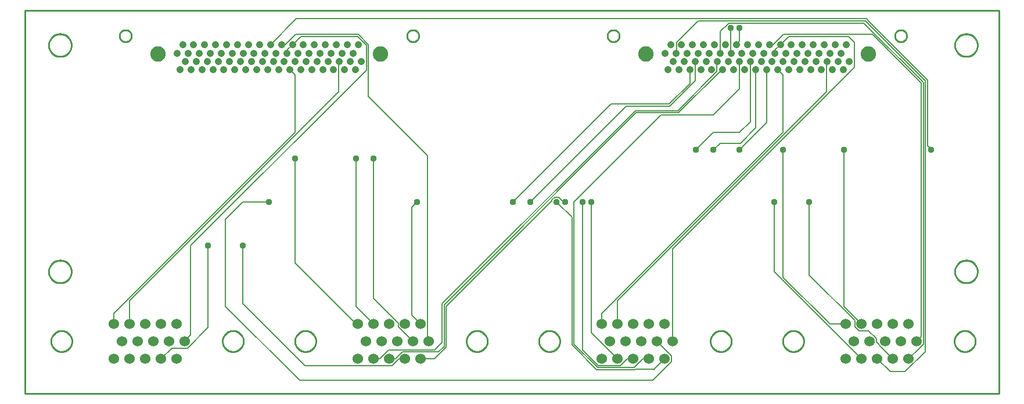
<source format=gbr>
G04 EAGLE Gerber X2 export*
%TF.Part,Single*%
%TF.FileFunction,Copper,L1,Top,Mixed*%
%TF.FilePolarity,Positive*%
%TF.GenerationSoftware,Autodesk,EAGLE,8.6.0*%
%TF.CreationDate,2018-02-23T00:46:13Z*%
G75*
%MOIN*%
%FSLAX34Y34*%
%LPD*%
%AMOC8*
5,1,8,0,0,1.08239X$1,22.5*%
G01*
%ADD10C,0.060000*%
%ADD11C,0.088583*%
%ADD12C,0.041591*%
%ADD13C,0.006000*%
%ADD14C,0.037654*%
%ADD15C,0.010000*%


D10*
X53650Y4500D03*
X53200Y5500D03*
X53200Y3500D03*
X52300Y5500D03*
X51400Y5500D03*
X50500Y5500D03*
X49600Y5500D03*
X52750Y4500D03*
X51850Y4500D03*
X50950Y4500D03*
X50050Y4500D03*
X52300Y3500D03*
X51400Y3500D03*
X50500Y3500D03*
X49600Y3500D03*
X39650Y4500D03*
X39200Y5500D03*
X39200Y3500D03*
X38300Y5500D03*
X37400Y5500D03*
X36500Y5500D03*
X35600Y5500D03*
X38750Y4500D03*
X37850Y4500D03*
X36950Y4500D03*
X36050Y4500D03*
X38300Y3500D03*
X37400Y3500D03*
X36500Y3500D03*
X35600Y3500D03*
X25650Y4500D03*
X25200Y5500D03*
X25200Y3500D03*
X24300Y5500D03*
X23400Y5500D03*
X22500Y5500D03*
X21600Y5500D03*
X24750Y4500D03*
X23850Y4500D03*
X22950Y4500D03*
X22050Y4500D03*
X24300Y3500D03*
X23400Y3500D03*
X22500Y3500D03*
X21600Y3500D03*
X11650Y4500D03*
X11200Y5500D03*
X11200Y3500D03*
X10300Y5500D03*
X9400Y5500D03*
X8500Y5500D03*
X7600Y5500D03*
X10750Y4500D03*
X9850Y4500D03*
X8950Y4500D03*
X8050Y4500D03*
X10300Y3500D03*
X9400Y3500D03*
X8500Y3500D03*
X7600Y3500D03*
D11*
X50868Y21000D03*
X38132Y21000D03*
D12*
X39380Y20114D03*
X39695Y20567D03*
X40010Y20114D03*
X40325Y20567D03*
X40640Y20114D03*
X40955Y20567D03*
X41270Y20114D03*
X41585Y20567D03*
X41900Y20114D03*
X42215Y20567D03*
X42530Y20114D03*
X42844Y20567D03*
X43159Y20114D03*
X43474Y20567D03*
X43789Y20114D03*
X44104Y20567D03*
X44419Y20114D03*
X44734Y20567D03*
X45049Y20114D03*
X45364Y20567D03*
X45679Y20114D03*
X45994Y20567D03*
X46309Y20114D03*
X46624Y20567D03*
X46939Y20114D03*
X47254Y20567D03*
X47569Y20114D03*
X47884Y20567D03*
X48199Y20114D03*
X48514Y20567D03*
X48829Y20114D03*
X49144Y20567D03*
X49459Y20114D03*
X49774Y20567D03*
X39222Y21039D03*
X39537Y21531D03*
X39852Y21039D03*
X40167Y21531D03*
X40482Y21039D03*
X40797Y21531D03*
X41112Y21039D03*
X41427Y21531D03*
X41742Y21039D03*
X42057Y21531D03*
X42372Y21039D03*
X42687Y21531D03*
X43002Y21039D03*
X43317Y21531D03*
X43632Y21039D03*
X43947Y21531D03*
X44262Y21039D03*
X44577Y21531D03*
X44892Y21039D03*
X45207Y21531D03*
X45522Y21039D03*
X45837Y21531D03*
X46152Y21039D03*
X46467Y21531D03*
X46781Y21039D03*
X47096Y21531D03*
X47411Y21039D03*
X47726Y21531D03*
X48041Y21039D03*
X48356Y21531D03*
X48671Y21039D03*
X48986Y21531D03*
X49301Y21039D03*
X49616Y21531D03*
D11*
X22868Y21000D03*
X10132Y21000D03*
D12*
X11380Y20114D03*
X11695Y20567D03*
X12010Y20114D03*
X12325Y20567D03*
X12640Y20114D03*
X12955Y20567D03*
X13270Y20114D03*
X13585Y20567D03*
X13900Y20114D03*
X14215Y20567D03*
X14530Y20114D03*
X14844Y20567D03*
X15159Y20114D03*
X15474Y20567D03*
X15789Y20114D03*
X16104Y20567D03*
X16419Y20114D03*
X16734Y20567D03*
X17049Y20114D03*
X17364Y20567D03*
X17679Y20114D03*
X17994Y20567D03*
X18309Y20114D03*
X18624Y20567D03*
X18939Y20114D03*
X19254Y20567D03*
X19569Y20114D03*
X19884Y20567D03*
X20199Y20114D03*
X20514Y20567D03*
X20829Y20114D03*
X21144Y20567D03*
X21459Y20114D03*
X21774Y20567D03*
X11222Y21039D03*
X11537Y21531D03*
X11852Y21039D03*
X12167Y21531D03*
X12482Y21039D03*
X12797Y21531D03*
X13112Y21039D03*
X13427Y21531D03*
X13742Y21039D03*
X14057Y21531D03*
X14372Y21039D03*
X14687Y21531D03*
X15002Y21039D03*
X15317Y21531D03*
X15632Y21039D03*
X15947Y21531D03*
X16262Y21039D03*
X16577Y21531D03*
X16892Y21039D03*
X17207Y21531D03*
X17522Y21039D03*
X17837Y21531D03*
X18152Y21039D03*
X18467Y21531D03*
X18781Y21039D03*
X19096Y21531D03*
X19411Y21039D03*
X19726Y21531D03*
X20041Y21039D03*
X20356Y21531D03*
X20671Y21039D03*
X20986Y21531D03*
X21301Y21039D03*
X21616Y21531D03*
D13*
X45207Y21531D02*
X45415Y21531D01*
X46004Y22120D01*
X51119Y22120D01*
X53920Y4770D02*
X53650Y4500D01*
X53920Y19319D02*
X51119Y22120D01*
X53920Y19319D02*
X53920Y4770D01*
X17415Y21531D02*
X17207Y21531D01*
X17415Y21531D02*
X18004Y22120D01*
X21619Y22120D01*
X22192Y21547D01*
X22192Y18560D01*
X25590Y15162D01*
X25590Y4560D02*
X25650Y4500D01*
X25590Y4560D02*
X25590Y15162D01*
D14*
X46000Y15500D03*
D13*
X46000Y8168D01*
X48668Y5500D01*
X49600Y5500D01*
X35600Y5500D02*
X35600Y6100D01*
X46000Y16500D02*
X46000Y19793D01*
X45679Y20114D01*
X46000Y16500D02*
X35600Y6100D01*
D14*
X18000Y15000D03*
D13*
X18000Y9000D01*
X21500Y5500D01*
X21600Y5500D01*
X7600Y5500D02*
X7600Y6100D01*
X18000Y16500D01*
X18000Y19793D01*
X17679Y20114D01*
D14*
X42000Y15500D03*
D13*
X42380Y15880D01*
X43550Y15880D01*
X44419Y16750D01*
X44419Y20114D01*
D14*
X25000Y12500D03*
D13*
X24700Y6000D02*
X25200Y5500D01*
X24700Y6000D02*
X24700Y12200D01*
X25000Y12500D01*
D14*
X43000Y22500D03*
D13*
X43000Y21041D01*
X43002Y21039D01*
D14*
X43500Y15500D03*
D13*
X45049Y17049D01*
X45049Y20114D01*
D14*
X41000Y15500D03*
D13*
X42000Y16500D01*
X43500Y16500D01*
X44104Y17104D01*
X44104Y20567D01*
X43317Y21531D02*
X43500Y21715D01*
X43500Y22500D01*
D14*
X43500Y22500D03*
X54500Y15500D03*
D13*
X54280Y19511D02*
X50896Y22896D01*
X54280Y15720D02*
X54500Y15500D01*
X54280Y15720D02*
X54280Y19511D01*
X50896Y22896D02*
X50773Y23018D01*
X18064Y23018D01*
X16577Y21531D01*
X39362Y3890D02*
X39590Y3662D01*
X39590Y3338D01*
X38502Y2250D01*
X39360Y3890D02*
X38750Y4500D01*
X39360Y3890D02*
X39362Y3890D01*
X15000Y12500D02*
X14000Y11500D01*
X15000Y12500D02*
X16500Y12500D01*
D14*
X16500Y12500D03*
D13*
X14000Y11500D02*
X14000Y6500D01*
X18250Y2250D02*
X38502Y2250D01*
X18250Y2250D02*
X14000Y6500D01*
D14*
X22500Y15000D03*
D13*
X23910Y5338D02*
X24138Y5110D01*
X24140Y5110D01*
X24750Y4500D01*
X22500Y6952D02*
X22500Y15000D01*
X22500Y6952D02*
X23910Y5542D01*
X23910Y5338D01*
X51690Y4110D02*
X52300Y3500D01*
X51690Y4110D02*
X51688Y4110D01*
X50338Y5110D02*
X50110Y5338D01*
X47500Y8300D02*
X47500Y12500D01*
X47500Y8300D02*
X50110Y5690D01*
X50110Y5338D01*
X51340Y4458D02*
X51688Y4110D01*
X51340Y4458D02*
X51340Y4662D01*
X50892Y5110D01*
X50338Y5110D01*
D14*
X47500Y12500D03*
D13*
X43500Y19000D02*
X43500Y19982D01*
X43491Y19991D01*
X43491Y20550D02*
X43474Y20567D01*
X43491Y20550D02*
X43491Y19991D01*
X39000Y17500D02*
X34000Y12500D01*
X39000Y17500D02*
X42000Y17500D01*
X43500Y19000D01*
X38300Y3500D02*
X37952Y3500D01*
X37442Y2990D01*
X35340Y2990D02*
X34000Y4330D01*
X34000Y12500D01*
X35340Y2990D02*
X37442Y2990D01*
X53812Y4110D02*
X54040Y4338D01*
X53810Y4110D02*
X53200Y3500D01*
X53810Y4110D02*
X53812Y4110D01*
X42389Y22283D02*
X42885Y22778D01*
X42389Y22283D02*
X42389Y21056D01*
X42372Y21039D01*
X54040Y19368D02*
X54040Y4338D01*
X54040Y19368D02*
X50630Y22778D01*
X42885Y22778D01*
D14*
X33000Y12500D03*
D13*
X39200Y3500D02*
X38600Y2900D01*
X38570Y2870D01*
X33880Y11620D02*
X33000Y12500D01*
X35291Y2870D02*
X37491Y2870D01*
X35291Y2870D02*
X33880Y4281D01*
X33880Y11620D01*
X37521Y2900D02*
X38600Y2900D01*
X37521Y2900D02*
X37491Y2870D01*
D14*
X33500Y12500D03*
D13*
X26660Y6498D02*
X26660Y4160D01*
X26000Y3500D02*
X25200Y3500D01*
X26000Y3500D02*
X26660Y4160D01*
X32722Y12615D02*
X32885Y12778D01*
X33115Y12778D01*
X32722Y12615D02*
X32722Y12560D01*
X33394Y12500D02*
X33500Y12500D01*
X32722Y12560D02*
X26660Y6498D01*
X33115Y12778D02*
X33394Y12500D01*
X53000Y2748D02*
X54160Y3908D01*
X39852Y21039D02*
X39869Y21056D01*
X39869Y21500D01*
X51400Y3500D02*
X52152Y2748D01*
X53000Y2748D01*
X54160Y3908D02*
X54160Y19462D01*
X50723Y22898D01*
X39869Y21655D02*
X39869Y21500D01*
X39869Y21655D02*
X41113Y22898D01*
X50723Y22898D01*
D14*
X34500Y12500D03*
D13*
X37052Y3500D02*
X37400Y3500D01*
X37052Y3500D02*
X36662Y3110D01*
X35390Y3110D01*
X34500Y4000D01*
X34500Y12500D01*
X23748Y3500D02*
X23400Y3500D01*
X23748Y3500D02*
X24138Y3890D01*
X26220Y3890D01*
X26540Y4210D02*
X26540Y6500D01*
X26540Y4210D02*
X26220Y3890D01*
X40000Y17620D02*
X42494Y20114D01*
X42530Y20114D01*
X26540Y6548D02*
X26540Y6500D01*
X26540Y6548D02*
X26540Y6603D01*
X37557Y17620D01*
X40000Y17620D01*
D14*
X31500Y12500D03*
D13*
X37000Y18000D01*
X39500Y18000D01*
X40955Y19455D01*
X40955Y20567D01*
X49890Y4110D02*
X50500Y3500D01*
X49890Y4110D02*
X49888Y4110D01*
X45500Y8498D01*
X45500Y12500D01*
D14*
X45500Y12500D03*
X35000Y12500D03*
D13*
X35890Y4110D02*
X36500Y3500D01*
X35890Y4110D02*
X35888Y4110D01*
X35000Y4998D01*
X35000Y12500D01*
X42198Y20550D02*
X42215Y20567D01*
X42198Y20550D02*
X42198Y19991D01*
X39947Y17740D01*
X22848Y3500D02*
X22500Y3500D01*
X23358Y4010D02*
X26000Y4010D01*
X23358Y4010D02*
X22848Y3500D01*
X26000Y4010D02*
X26420Y4430D01*
X26420Y6500D01*
X26420Y6597D01*
X26420Y6653D01*
X37507Y17740D01*
X39947Y17740D01*
D14*
X30500Y12500D03*
D13*
X36120Y18120D01*
X39450Y18120D01*
X40640Y19309D02*
X40640Y20114D01*
X40640Y19309D02*
X39450Y18120D01*
X45522Y21217D02*
X45837Y21531D01*
X45522Y21217D02*
X45522Y21039D01*
X45837Y21531D02*
X46305Y22000D01*
X39650Y9811D02*
X39650Y4500D01*
X50072Y21668D02*
X49740Y22000D01*
X46305Y22000D01*
X50072Y20232D02*
X39650Y9811D01*
X50072Y20232D02*
X50072Y21668D01*
X12000Y4850D02*
X11650Y4500D01*
X17837Y21531D02*
X18305Y22000D01*
X17522Y21217D02*
X17522Y21039D01*
X17522Y21217D02*
X17837Y21531D01*
X22072Y21497D02*
X22072Y20072D01*
X12000Y10000D01*
X12000Y4850D01*
X22072Y21497D02*
X21569Y22000D01*
X18305Y22000D01*
D14*
X49500Y15500D03*
D13*
X49500Y6500D01*
X50500Y5500D01*
X36500Y5500D02*
X36500Y6830D01*
X48497Y20550D02*
X48514Y20567D01*
X48497Y20550D02*
X48497Y18827D01*
X36500Y6830D01*
X22500Y5500D02*
X21500Y6500D01*
X21500Y15000D01*
D14*
X21500Y15000D03*
D13*
X8500Y6830D02*
X8500Y5500D01*
X20497Y20550D02*
X20514Y20567D01*
X20497Y20550D02*
X20497Y18827D01*
X8500Y6830D01*
X10910Y4110D02*
X10300Y3500D01*
X10910Y4110D02*
X11812Y4110D01*
X13000Y5298D01*
X13000Y10000D01*
D14*
X13000Y10000D03*
D13*
X23952Y3500D02*
X24300Y3500D01*
X23952Y3500D02*
X23562Y3110D01*
X18560Y3110D01*
X15000Y6670D01*
X15000Y10000D01*
D14*
X15000Y10000D03*
D15*
X2500Y1500D02*
X58370Y1500D01*
X58370Y23496D01*
X2500Y23496D01*
X2500Y1500D01*
X47180Y4479D02*
X47177Y4436D01*
X47171Y4393D01*
X47162Y4352D01*
X47150Y4310D01*
X47135Y4270D01*
X47117Y4231D01*
X47096Y4194D01*
X47073Y4158D01*
X47047Y4123D01*
X47019Y4091D01*
X46989Y4061D01*
X46957Y4033D01*
X46922Y4007D01*
X46886Y3984D01*
X46849Y3963D01*
X46810Y3945D01*
X46770Y3930D01*
X46728Y3918D01*
X46687Y3909D01*
X46644Y3903D01*
X46601Y3900D01*
X46559Y3900D01*
X46516Y3903D01*
X46473Y3909D01*
X46432Y3918D01*
X46390Y3930D01*
X46350Y3945D01*
X46311Y3963D01*
X46274Y3984D01*
X46238Y4007D01*
X46203Y4033D01*
X46171Y4061D01*
X46141Y4091D01*
X46113Y4123D01*
X46087Y4158D01*
X46064Y4194D01*
X46043Y4231D01*
X46025Y4270D01*
X46010Y4310D01*
X45998Y4352D01*
X45989Y4393D01*
X45983Y4436D01*
X45980Y4479D01*
X45980Y4521D01*
X45983Y4564D01*
X45989Y4607D01*
X45998Y4648D01*
X46010Y4690D01*
X46025Y4730D01*
X46043Y4769D01*
X46064Y4806D01*
X46087Y4842D01*
X46113Y4877D01*
X46141Y4909D01*
X46171Y4939D01*
X46203Y4967D01*
X46238Y4993D01*
X46274Y5016D01*
X46311Y5037D01*
X46350Y5055D01*
X46390Y5070D01*
X46432Y5082D01*
X46473Y5091D01*
X46516Y5097D01*
X46559Y5100D01*
X46601Y5100D01*
X46644Y5097D01*
X46687Y5091D01*
X46728Y5082D01*
X46770Y5070D01*
X46810Y5055D01*
X46849Y5037D01*
X46886Y5016D01*
X46922Y4993D01*
X46957Y4967D01*
X46989Y4939D01*
X47019Y4909D01*
X47047Y4877D01*
X47073Y4842D01*
X47096Y4806D01*
X47117Y4769D01*
X47135Y4730D01*
X47150Y4690D01*
X47162Y4648D01*
X47171Y4607D01*
X47177Y4564D01*
X47180Y4521D01*
X47180Y4479D01*
X57020Y4479D02*
X57017Y4436D01*
X57011Y4393D01*
X57002Y4352D01*
X56990Y4310D01*
X56975Y4270D01*
X56957Y4231D01*
X56936Y4194D01*
X56913Y4158D01*
X56887Y4123D01*
X56859Y4091D01*
X56829Y4061D01*
X56797Y4033D01*
X56762Y4007D01*
X56726Y3984D01*
X56689Y3963D01*
X56650Y3945D01*
X56610Y3930D01*
X56568Y3918D01*
X56527Y3909D01*
X56484Y3903D01*
X56441Y3900D01*
X56399Y3900D01*
X56356Y3903D01*
X56313Y3909D01*
X56272Y3918D01*
X56230Y3930D01*
X56190Y3945D01*
X56151Y3963D01*
X56114Y3984D01*
X56078Y4007D01*
X56043Y4033D01*
X56011Y4061D01*
X55981Y4091D01*
X55953Y4123D01*
X55927Y4158D01*
X55904Y4194D01*
X55883Y4231D01*
X55865Y4270D01*
X55850Y4310D01*
X55838Y4352D01*
X55829Y4393D01*
X55823Y4436D01*
X55820Y4479D01*
X55820Y4521D01*
X55823Y4564D01*
X55829Y4607D01*
X55838Y4648D01*
X55850Y4690D01*
X55865Y4730D01*
X55883Y4769D01*
X55904Y4806D01*
X55927Y4842D01*
X55953Y4877D01*
X55981Y4909D01*
X56011Y4939D01*
X56043Y4967D01*
X56078Y4993D01*
X56114Y5016D01*
X56151Y5037D01*
X56190Y5055D01*
X56230Y5070D01*
X56272Y5082D01*
X56313Y5091D01*
X56356Y5097D01*
X56399Y5100D01*
X56441Y5100D01*
X56484Y5097D01*
X56527Y5091D01*
X56568Y5082D01*
X56610Y5070D01*
X56650Y5055D01*
X56689Y5037D01*
X56726Y5016D01*
X56762Y4993D01*
X56797Y4967D01*
X56829Y4939D01*
X56859Y4909D01*
X56887Y4877D01*
X56913Y4842D01*
X56936Y4806D01*
X56957Y4769D01*
X56975Y4730D01*
X56990Y4690D01*
X57002Y4648D01*
X57011Y4607D01*
X57017Y4564D01*
X57020Y4521D01*
X57020Y4479D01*
X33180Y4479D02*
X33177Y4436D01*
X33171Y4393D01*
X33162Y4352D01*
X33150Y4310D01*
X33135Y4270D01*
X33117Y4231D01*
X33096Y4194D01*
X33073Y4158D01*
X33047Y4123D01*
X33019Y4091D01*
X32989Y4061D01*
X32957Y4033D01*
X32922Y4007D01*
X32886Y3984D01*
X32849Y3963D01*
X32810Y3945D01*
X32770Y3930D01*
X32728Y3918D01*
X32687Y3909D01*
X32644Y3903D01*
X32601Y3900D01*
X32559Y3900D01*
X32516Y3903D01*
X32473Y3909D01*
X32432Y3918D01*
X32390Y3930D01*
X32350Y3945D01*
X32311Y3963D01*
X32274Y3984D01*
X32238Y4007D01*
X32203Y4033D01*
X32171Y4061D01*
X32141Y4091D01*
X32113Y4123D01*
X32087Y4158D01*
X32064Y4194D01*
X32043Y4231D01*
X32025Y4270D01*
X32010Y4310D01*
X31998Y4352D01*
X31989Y4393D01*
X31983Y4436D01*
X31980Y4479D01*
X31980Y4521D01*
X31983Y4564D01*
X31989Y4607D01*
X31998Y4648D01*
X32010Y4690D01*
X32025Y4730D01*
X32043Y4769D01*
X32064Y4806D01*
X32087Y4842D01*
X32113Y4877D01*
X32141Y4909D01*
X32171Y4939D01*
X32203Y4967D01*
X32238Y4993D01*
X32274Y5016D01*
X32311Y5037D01*
X32350Y5055D01*
X32390Y5070D01*
X32432Y5082D01*
X32473Y5091D01*
X32516Y5097D01*
X32559Y5100D01*
X32601Y5100D01*
X32644Y5097D01*
X32687Y5091D01*
X32728Y5082D01*
X32770Y5070D01*
X32810Y5055D01*
X32849Y5037D01*
X32886Y5016D01*
X32922Y4993D01*
X32957Y4967D01*
X32989Y4939D01*
X33019Y4909D01*
X33047Y4877D01*
X33073Y4842D01*
X33096Y4806D01*
X33117Y4769D01*
X33135Y4730D01*
X33150Y4690D01*
X33162Y4648D01*
X33171Y4607D01*
X33177Y4564D01*
X33180Y4521D01*
X33180Y4479D01*
X43020Y4479D02*
X43017Y4436D01*
X43011Y4393D01*
X43002Y4352D01*
X42990Y4310D01*
X42975Y4270D01*
X42957Y4231D01*
X42936Y4194D01*
X42913Y4158D01*
X42887Y4123D01*
X42859Y4091D01*
X42829Y4061D01*
X42797Y4033D01*
X42762Y4007D01*
X42726Y3984D01*
X42689Y3963D01*
X42650Y3945D01*
X42610Y3930D01*
X42568Y3918D01*
X42527Y3909D01*
X42484Y3903D01*
X42441Y3900D01*
X42399Y3900D01*
X42356Y3903D01*
X42313Y3909D01*
X42272Y3918D01*
X42230Y3930D01*
X42190Y3945D01*
X42151Y3963D01*
X42114Y3984D01*
X42078Y4007D01*
X42043Y4033D01*
X42011Y4061D01*
X41981Y4091D01*
X41953Y4123D01*
X41927Y4158D01*
X41904Y4194D01*
X41883Y4231D01*
X41865Y4270D01*
X41850Y4310D01*
X41838Y4352D01*
X41829Y4393D01*
X41823Y4436D01*
X41820Y4479D01*
X41820Y4521D01*
X41823Y4564D01*
X41829Y4607D01*
X41838Y4648D01*
X41850Y4690D01*
X41865Y4730D01*
X41883Y4769D01*
X41904Y4806D01*
X41927Y4842D01*
X41953Y4877D01*
X41981Y4909D01*
X42011Y4939D01*
X42043Y4967D01*
X42078Y4993D01*
X42114Y5016D01*
X42151Y5037D01*
X42190Y5055D01*
X42230Y5070D01*
X42272Y5082D01*
X42313Y5091D01*
X42356Y5097D01*
X42399Y5100D01*
X42441Y5100D01*
X42484Y5097D01*
X42527Y5091D01*
X42568Y5082D01*
X42610Y5070D01*
X42650Y5055D01*
X42689Y5037D01*
X42726Y5016D01*
X42762Y4993D01*
X42797Y4967D01*
X42829Y4939D01*
X42859Y4909D01*
X42887Y4877D01*
X42913Y4842D01*
X42936Y4806D01*
X42957Y4769D01*
X42975Y4730D01*
X42990Y4690D01*
X43002Y4648D01*
X43011Y4607D01*
X43017Y4564D01*
X43020Y4521D01*
X43020Y4479D01*
X19180Y4479D02*
X19177Y4436D01*
X19171Y4393D01*
X19162Y4352D01*
X19150Y4310D01*
X19135Y4270D01*
X19117Y4231D01*
X19096Y4194D01*
X19073Y4158D01*
X19047Y4123D01*
X19019Y4091D01*
X18989Y4061D01*
X18957Y4033D01*
X18922Y4007D01*
X18886Y3984D01*
X18849Y3963D01*
X18810Y3945D01*
X18770Y3930D01*
X18728Y3918D01*
X18687Y3909D01*
X18644Y3903D01*
X18601Y3900D01*
X18559Y3900D01*
X18516Y3903D01*
X18473Y3909D01*
X18432Y3918D01*
X18390Y3930D01*
X18350Y3945D01*
X18311Y3963D01*
X18274Y3984D01*
X18238Y4007D01*
X18203Y4033D01*
X18171Y4061D01*
X18141Y4091D01*
X18113Y4123D01*
X18087Y4158D01*
X18064Y4194D01*
X18043Y4231D01*
X18025Y4270D01*
X18010Y4310D01*
X17998Y4352D01*
X17989Y4393D01*
X17983Y4436D01*
X17980Y4479D01*
X17980Y4521D01*
X17983Y4564D01*
X17989Y4607D01*
X17998Y4648D01*
X18010Y4690D01*
X18025Y4730D01*
X18043Y4769D01*
X18064Y4806D01*
X18087Y4842D01*
X18113Y4877D01*
X18141Y4909D01*
X18171Y4939D01*
X18203Y4967D01*
X18238Y4993D01*
X18274Y5016D01*
X18311Y5037D01*
X18350Y5055D01*
X18390Y5070D01*
X18432Y5082D01*
X18473Y5091D01*
X18516Y5097D01*
X18559Y5100D01*
X18601Y5100D01*
X18644Y5097D01*
X18687Y5091D01*
X18728Y5082D01*
X18770Y5070D01*
X18810Y5055D01*
X18849Y5037D01*
X18886Y5016D01*
X18922Y4993D01*
X18957Y4967D01*
X18989Y4939D01*
X19019Y4909D01*
X19047Y4877D01*
X19073Y4842D01*
X19096Y4806D01*
X19117Y4769D01*
X19135Y4730D01*
X19150Y4690D01*
X19162Y4648D01*
X19171Y4607D01*
X19177Y4564D01*
X19180Y4521D01*
X19180Y4479D01*
X29020Y4479D02*
X29017Y4436D01*
X29011Y4393D01*
X29002Y4352D01*
X28990Y4310D01*
X28975Y4270D01*
X28957Y4231D01*
X28936Y4194D01*
X28913Y4158D01*
X28887Y4123D01*
X28859Y4091D01*
X28829Y4061D01*
X28797Y4033D01*
X28762Y4007D01*
X28726Y3984D01*
X28689Y3963D01*
X28650Y3945D01*
X28610Y3930D01*
X28568Y3918D01*
X28527Y3909D01*
X28484Y3903D01*
X28441Y3900D01*
X28399Y3900D01*
X28356Y3903D01*
X28313Y3909D01*
X28272Y3918D01*
X28230Y3930D01*
X28190Y3945D01*
X28151Y3963D01*
X28114Y3984D01*
X28078Y4007D01*
X28043Y4033D01*
X28011Y4061D01*
X27981Y4091D01*
X27953Y4123D01*
X27927Y4158D01*
X27904Y4194D01*
X27883Y4231D01*
X27865Y4270D01*
X27850Y4310D01*
X27838Y4352D01*
X27829Y4393D01*
X27823Y4436D01*
X27820Y4479D01*
X27820Y4521D01*
X27823Y4564D01*
X27829Y4607D01*
X27838Y4648D01*
X27850Y4690D01*
X27865Y4730D01*
X27883Y4769D01*
X27904Y4806D01*
X27927Y4842D01*
X27953Y4877D01*
X27981Y4909D01*
X28011Y4939D01*
X28043Y4967D01*
X28078Y4993D01*
X28114Y5016D01*
X28151Y5037D01*
X28190Y5055D01*
X28230Y5070D01*
X28272Y5082D01*
X28313Y5091D01*
X28356Y5097D01*
X28399Y5100D01*
X28441Y5100D01*
X28484Y5097D01*
X28527Y5091D01*
X28568Y5082D01*
X28610Y5070D01*
X28650Y5055D01*
X28689Y5037D01*
X28726Y5016D01*
X28762Y4993D01*
X28797Y4967D01*
X28829Y4939D01*
X28859Y4909D01*
X28887Y4877D01*
X28913Y4842D01*
X28936Y4806D01*
X28957Y4769D01*
X28975Y4730D01*
X28990Y4690D01*
X29002Y4648D01*
X29011Y4607D01*
X29017Y4564D01*
X29020Y4521D01*
X29020Y4479D01*
X5180Y4479D02*
X5177Y4436D01*
X5171Y4393D01*
X5162Y4352D01*
X5150Y4310D01*
X5135Y4270D01*
X5117Y4231D01*
X5096Y4194D01*
X5073Y4158D01*
X5047Y4123D01*
X5019Y4091D01*
X4989Y4061D01*
X4957Y4033D01*
X4922Y4007D01*
X4886Y3984D01*
X4849Y3963D01*
X4810Y3945D01*
X4770Y3930D01*
X4728Y3918D01*
X4687Y3909D01*
X4644Y3903D01*
X4601Y3900D01*
X4559Y3900D01*
X4516Y3903D01*
X4473Y3909D01*
X4432Y3918D01*
X4390Y3930D01*
X4350Y3945D01*
X4311Y3963D01*
X4274Y3984D01*
X4238Y4007D01*
X4203Y4033D01*
X4171Y4061D01*
X4141Y4091D01*
X4113Y4123D01*
X4087Y4158D01*
X4064Y4194D01*
X4043Y4231D01*
X4025Y4270D01*
X4010Y4310D01*
X3998Y4352D01*
X3989Y4393D01*
X3983Y4436D01*
X3980Y4479D01*
X3980Y4521D01*
X3983Y4564D01*
X3989Y4607D01*
X3998Y4648D01*
X4010Y4690D01*
X4025Y4730D01*
X4043Y4769D01*
X4064Y4806D01*
X4087Y4842D01*
X4113Y4877D01*
X4141Y4909D01*
X4171Y4939D01*
X4203Y4967D01*
X4238Y4993D01*
X4274Y5016D01*
X4311Y5037D01*
X4350Y5055D01*
X4390Y5070D01*
X4432Y5082D01*
X4473Y5091D01*
X4516Y5097D01*
X4559Y5100D01*
X4601Y5100D01*
X4644Y5097D01*
X4687Y5091D01*
X4728Y5082D01*
X4770Y5070D01*
X4810Y5055D01*
X4849Y5037D01*
X4886Y5016D01*
X4922Y4993D01*
X4957Y4967D01*
X4989Y4939D01*
X5019Y4909D01*
X5047Y4877D01*
X5073Y4842D01*
X5096Y4806D01*
X5117Y4769D01*
X5135Y4730D01*
X5150Y4690D01*
X5162Y4648D01*
X5171Y4607D01*
X5177Y4564D01*
X5180Y4521D01*
X5180Y4479D01*
X15020Y4479D02*
X15017Y4436D01*
X15011Y4393D01*
X15002Y4352D01*
X14990Y4310D01*
X14975Y4270D01*
X14957Y4231D01*
X14936Y4194D01*
X14913Y4158D01*
X14887Y4123D01*
X14859Y4091D01*
X14829Y4061D01*
X14797Y4033D01*
X14762Y4007D01*
X14726Y3984D01*
X14689Y3963D01*
X14650Y3945D01*
X14610Y3930D01*
X14568Y3918D01*
X14527Y3909D01*
X14484Y3903D01*
X14441Y3900D01*
X14399Y3900D01*
X14356Y3903D01*
X14313Y3909D01*
X14272Y3918D01*
X14230Y3930D01*
X14190Y3945D01*
X14151Y3963D01*
X14114Y3984D01*
X14078Y4007D01*
X14043Y4033D01*
X14011Y4061D01*
X13981Y4091D01*
X13953Y4123D01*
X13927Y4158D01*
X13904Y4194D01*
X13883Y4231D01*
X13865Y4270D01*
X13850Y4310D01*
X13838Y4352D01*
X13829Y4393D01*
X13823Y4436D01*
X13820Y4479D01*
X13820Y4521D01*
X13823Y4564D01*
X13829Y4607D01*
X13838Y4648D01*
X13850Y4690D01*
X13865Y4730D01*
X13883Y4769D01*
X13904Y4806D01*
X13927Y4842D01*
X13953Y4877D01*
X13981Y4909D01*
X14011Y4939D01*
X14043Y4967D01*
X14078Y4993D01*
X14114Y5016D01*
X14151Y5037D01*
X14190Y5055D01*
X14230Y5070D01*
X14272Y5082D01*
X14313Y5091D01*
X14356Y5097D01*
X14399Y5100D01*
X14441Y5100D01*
X14484Y5097D01*
X14527Y5091D01*
X14568Y5082D01*
X14610Y5070D01*
X14650Y5055D01*
X14689Y5037D01*
X14726Y5016D01*
X14762Y4993D01*
X14797Y4967D01*
X14829Y4939D01*
X14859Y4909D01*
X14887Y4877D01*
X14913Y4842D01*
X14936Y4806D01*
X14957Y4769D01*
X14975Y4730D01*
X14990Y4690D01*
X15002Y4648D01*
X15011Y4607D01*
X15017Y4564D01*
X15020Y4521D01*
X15020Y4479D01*
X57150Y21479D02*
X57147Y21436D01*
X57142Y21394D01*
X57133Y21352D01*
X57122Y21311D01*
X57109Y21271D01*
X57092Y21232D01*
X57074Y21193D01*
X57052Y21157D01*
X57029Y21121D01*
X57003Y21087D01*
X56975Y21055D01*
X56945Y21025D01*
X56913Y20997D01*
X56879Y20971D01*
X56843Y20948D01*
X56807Y20926D01*
X56768Y20908D01*
X56729Y20891D01*
X56689Y20878D01*
X56648Y20867D01*
X56606Y20858D01*
X56564Y20853D01*
X56521Y20850D01*
X56479Y20850D01*
X56436Y20853D01*
X56394Y20858D01*
X56352Y20867D01*
X56311Y20878D01*
X56271Y20891D01*
X56232Y20908D01*
X56193Y20926D01*
X56157Y20948D01*
X56121Y20971D01*
X56087Y20997D01*
X56055Y21025D01*
X56025Y21055D01*
X55997Y21087D01*
X55971Y21121D01*
X55948Y21157D01*
X55926Y21193D01*
X55908Y21232D01*
X55891Y21271D01*
X55878Y21311D01*
X55867Y21352D01*
X55858Y21394D01*
X55853Y21436D01*
X55850Y21479D01*
X55850Y21521D01*
X55853Y21564D01*
X55858Y21606D01*
X55867Y21648D01*
X55878Y21689D01*
X55891Y21729D01*
X55908Y21768D01*
X55926Y21807D01*
X55948Y21843D01*
X55971Y21879D01*
X55997Y21913D01*
X56025Y21945D01*
X56055Y21975D01*
X56087Y22003D01*
X56121Y22029D01*
X56157Y22052D01*
X56193Y22074D01*
X56232Y22092D01*
X56271Y22109D01*
X56311Y22122D01*
X56352Y22133D01*
X56394Y22142D01*
X56436Y22147D01*
X56479Y22150D01*
X56521Y22150D01*
X56564Y22147D01*
X56606Y22142D01*
X56648Y22133D01*
X56689Y22122D01*
X56729Y22109D01*
X56768Y22092D01*
X56807Y22074D01*
X56843Y22052D01*
X56879Y22029D01*
X56913Y22003D01*
X56945Y21975D01*
X56975Y21945D01*
X57003Y21913D01*
X57029Y21879D01*
X57052Y21843D01*
X57074Y21807D01*
X57092Y21768D01*
X57109Y21729D01*
X57122Y21689D01*
X57133Y21648D01*
X57142Y21606D01*
X57147Y21564D01*
X57150Y21521D01*
X57150Y21479D01*
X57150Y8479D02*
X57147Y8436D01*
X57142Y8394D01*
X57133Y8352D01*
X57122Y8311D01*
X57109Y8271D01*
X57092Y8232D01*
X57074Y8193D01*
X57052Y8157D01*
X57029Y8121D01*
X57003Y8087D01*
X56975Y8055D01*
X56945Y8025D01*
X56913Y7997D01*
X56879Y7971D01*
X56843Y7948D01*
X56807Y7926D01*
X56768Y7908D01*
X56729Y7891D01*
X56689Y7878D01*
X56648Y7867D01*
X56606Y7858D01*
X56564Y7853D01*
X56521Y7850D01*
X56479Y7850D01*
X56436Y7853D01*
X56394Y7858D01*
X56352Y7867D01*
X56311Y7878D01*
X56271Y7891D01*
X56232Y7908D01*
X56193Y7926D01*
X56157Y7948D01*
X56121Y7971D01*
X56087Y7997D01*
X56055Y8025D01*
X56025Y8055D01*
X55997Y8087D01*
X55971Y8121D01*
X55948Y8157D01*
X55926Y8193D01*
X55908Y8232D01*
X55891Y8271D01*
X55878Y8311D01*
X55867Y8352D01*
X55858Y8394D01*
X55853Y8436D01*
X55850Y8479D01*
X55850Y8521D01*
X55853Y8564D01*
X55858Y8606D01*
X55867Y8648D01*
X55878Y8689D01*
X55891Y8729D01*
X55908Y8768D01*
X55926Y8807D01*
X55948Y8843D01*
X55971Y8879D01*
X55997Y8913D01*
X56025Y8945D01*
X56055Y8975D01*
X56087Y9003D01*
X56121Y9029D01*
X56157Y9052D01*
X56193Y9074D01*
X56232Y9092D01*
X56271Y9109D01*
X56311Y9122D01*
X56352Y9133D01*
X56394Y9142D01*
X56436Y9147D01*
X56479Y9150D01*
X56521Y9150D01*
X56564Y9147D01*
X56606Y9142D01*
X56648Y9133D01*
X56689Y9122D01*
X56729Y9109D01*
X56768Y9092D01*
X56807Y9074D01*
X56843Y9052D01*
X56879Y9029D01*
X56913Y9003D01*
X56945Y8975D01*
X56975Y8945D01*
X57003Y8913D01*
X57029Y8879D01*
X57052Y8843D01*
X57074Y8807D01*
X57092Y8768D01*
X57109Y8729D01*
X57122Y8689D01*
X57133Y8648D01*
X57142Y8606D01*
X57147Y8564D01*
X57150Y8521D01*
X57150Y8479D01*
X5150Y8479D02*
X5147Y8436D01*
X5142Y8394D01*
X5133Y8352D01*
X5122Y8311D01*
X5109Y8271D01*
X5092Y8232D01*
X5074Y8193D01*
X5052Y8157D01*
X5029Y8121D01*
X5003Y8087D01*
X4975Y8055D01*
X4945Y8025D01*
X4913Y7997D01*
X4879Y7971D01*
X4843Y7948D01*
X4807Y7926D01*
X4768Y7908D01*
X4729Y7891D01*
X4689Y7878D01*
X4648Y7867D01*
X4606Y7858D01*
X4564Y7853D01*
X4521Y7850D01*
X4479Y7850D01*
X4436Y7853D01*
X4394Y7858D01*
X4352Y7867D01*
X4311Y7878D01*
X4271Y7891D01*
X4232Y7908D01*
X4193Y7926D01*
X4157Y7948D01*
X4121Y7971D01*
X4087Y7997D01*
X4055Y8025D01*
X4025Y8055D01*
X3997Y8087D01*
X3971Y8121D01*
X3948Y8157D01*
X3926Y8193D01*
X3908Y8232D01*
X3891Y8271D01*
X3878Y8311D01*
X3867Y8352D01*
X3858Y8394D01*
X3853Y8436D01*
X3850Y8479D01*
X3850Y8521D01*
X3853Y8564D01*
X3858Y8606D01*
X3867Y8648D01*
X3878Y8689D01*
X3891Y8729D01*
X3908Y8768D01*
X3926Y8807D01*
X3948Y8843D01*
X3971Y8879D01*
X3997Y8913D01*
X4025Y8945D01*
X4055Y8975D01*
X4087Y9003D01*
X4121Y9029D01*
X4157Y9052D01*
X4193Y9074D01*
X4232Y9092D01*
X4271Y9109D01*
X4311Y9122D01*
X4352Y9133D01*
X4394Y9142D01*
X4436Y9147D01*
X4479Y9150D01*
X4521Y9150D01*
X4564Y9147D01*
X4606Y9142D01*
X4648Y9133D01*
X4689Y9122D01*
X4729Y9109D01*
X4768Y9092D01*
X4807Y9074D01*
X4843Y9052D01*
X4879Y9029D01*
X4913Y9003D01*
X4945Y8975D01*
X4975Y8945D01*
X5003Y8913D01*
X5029Y8879D01*
X5052Y8843D01*
X5074Y8807D01*
X5092Y8768D01*
X5109Y8729D01*
X5122Y8689D01*
X5133Y8648D01*
X5142Y8606D01*
X5147Y8564D01*
X5150Y8521D01*
X5150Y8479D01*
X5150Y21479D02*
X5147Y21436D01*
X5142Y21394D01*
X5133Y21352D01*
X5122Y21311D01*
X5109Y21271D01*
X5092Y21232D01*
X5074Y21193D01*
X5052Y21157D01*
X5029Y21121D01*
X5003Y21087D01*
X4975Y21055D01*
X4945Y21025D01*
X4913Y20997D01*
X4879Y20971D01*
X4843Y20948D01*
X4807Y20926D01*
X4768Y20908D01*
X4729Y20891D01*
X4689Y20878D01*
X4648Y20867D01*
X4606Y20858D01*
X4564Y20853D01*
X4521Y20850D01*
X4479Y20850D01*
X4436Y20853D01*
X4394Y20858D01*
X4352Y20867D01*
X4311Y20878D01*
X4271Y20891D01*
X4232Y20908D01*
X4193Y20926D01*
X4157Y20948D01*
X4121Y20971D01*
X4087Y20997D01*
X4055Y21025D01*
X4025Y21055D01*
X3997Y21087D01*
X3971Y21121D01*
X3948Y21157D01*
X3926Y21193D01*
X3908Y21232D01*
X3891Y21271D01*
X3878Y21311D01*
X3867Y21352D01*
X3858Y21394D01*
X3853Y21436D01*
X3850Y21479D01*
X3850Y21521D01*
X3853Y21564D01*
X3858Y21606D01*
X3867Y21648D01*
X3878Y21689D01*
X3891Y21729D01*
X3908Y21768D01*
X3926Y21807D01*
X3948Y21843D01*
X3971Y21879D01*
X3997Y21913D01*
X4025Y21945D01*
X4055Y21975D01*
X4087Y22003D01*
X4121Y22029D01*
X4157Y22052D01*
X4193Y22074D01*
X4232Y22092D01*
X4271Y22109D01*
X4311Y22122D01*
X4352Y22133D01*
X4394Y22142D01*
X4436Y22147D01*
X4479Y22150D01*
X4521Y22150D01*
X4564Y22147D01*
X4606Y22142D01*
X4648Y22133D01*
X4689Y22122D01*
X4729Y22109D01*
X4768Y22092D01*
X4807Y22074D01*
X4843Y22052D01*
X4879Y22029D01*
X4913Y22003D01*
X4945Y21975D01*
X4975Y21945D01*
X5003Y21913D01*
X5029Y21879D01*
X5052Y21843D01*
X5074Y21807D01*
X5092Y21768D01*
X5109Y21729D01*
X5122Y21689D01*
X5133Y21648D01*
X5142Y21606D01*
X5147Y21564D01*
X5150Y21521D01*
X5150Y21479D01*
X35907Y22050D02*
X35910Y22080D01*
X35915Y22110D01*
X35923Y22139D01*
X35933Y22167D01*
X35946Y22195D01*
X35961Y22221D01*
X35978Y22245D01*
X35998Y22268D01*
X36019Y22290D01*
X36042Y22309D01*
X36067Y22326D01*
X36093Y22341D01*
X36120Y22354D01*
X36148Y22364D01*
X36177Y22372D01*
X36207Y22377D01*
X36237Y22380D01*
X36267Y22380D01*
X36297Y22377D01*
X36327Y22372D01*
X36356Y22364D01*
X36384Y22354D01*
X36411Y22341D01*
X36437Y22326D01*
X36462Y22309D01*
X36485Y22290D01*
X36506Y22268D01*
X36526Y22245D01*
X36543Y22221D01*
X36558Y22195D01*
X36571Y22167D01*
X36581Y22139D01*
X36589Y22110D01*
X36594Y22080D01*
X36596Y22050D01*
X36596Y22020D01*
X36594Y21990D01*
X36589Y21961D01*
X36581Y21932D01*
X36571Y21903D01*
X36558Y21876D01*
X36543Y21850D01*
X36526Y21826D01*
X36506Y21802D01*
X36485Y21781D01*
X36462Y21762D01*
X36437Y21745D01*
X36411Y21730D01*
X36384Y21717D01*
X36356Y21707D01*
X36327Y21699D01*
X36297Y21694D01*
X36267Y21691D01*
X36237Y21691D01*
X36207Y21694D01*
X36177Y21699D01*
X36148Y21707D01*
X36120Y21717D01*
X36093Y21730D01*
X36067Y21745D01*
X36042Y21762D01*
X36019Y21781D01*
X35998Y21802D01*
X35978Y21826D01*
X35961Y21850D01*
X35946Y21876D01*
X35933Y21903D01*
X35923Y21932D01*
X35915Y21961D01*
X35910Y21990D01*
X35907Y22020D01*
X35907Y22050D01*
X52404Y22050D02*
X52406Y22080D01*
X52411Y22110D01*
X52419Y22139D01*
X52429Y22167D01*
X52442Y22195D01*
X52457Y22221D01*
X52474Y22245D01*
X52494Y22268D01*
X52515Y22290D01*
X52538Y22309D01*
X52563Y22326D01*
X52589Y22341D01*
X52616Y22354D01*
X52644Y22364D01*
X52673Y22372D01*
X52703Y22377D01*
X52733Y22380D01*
X52763Y22380D01*
X52793Y22377D01*
X52823Y22372D01*
X52852Y22364D01*
X52880Y22354D01*
X52907Y22341D01*
X52933Y22326D01*
X52958Y22309D01*
X52981Y22290D01*
X53002Y22268D01*
X53022Y22245D01*
X53039Y22221D01*
X53054Y22195D01*
X53067Y22167D01*
X53077Y22139D01*
X53085Y22110D01*
X53090Y22080D01*
X53093Y22050D01*
X53093Y22020D01*
X53090Y21990D01*
X53085Y21961D01*
X53077Y21932D01*
X53067Y21903D01*
X53054Y21876D01*
X53039Y21850D01*
X53022Y21826D01*
X53002Y21802D01*
X52981Y21781D01*
X52958Y21762D01*
X52933Y21745D01*
X52907Y21730D01*
X52880Y21717D01*
X52852Y21707D01*
X52823Y21699D01*
X52793Y21694D01*
X52763Y21691D01*
X52733Y21691D01*
X52703Y21694D01*
X52673Y21699D01*
X52644Y21707D01*
X52616Y21717D01*
X52589Y21730D01*
X52563Y21745D01*
X52538Y21762D01*
X52515Y21781D01*
X52494Y21802D01*
X52474Y21826D01*
X52457Y21850D01*
X52442Y21876D01*
X52429Y21903D01*
X52419Y21932D01*
X52411Y21961D01*
X52406Y21990D01*
X52404Y22020D01*
X52404Y22050D01*
X7907Y22050D02*
X7910Y22080D01*
X7915Y22110D01*
X7923Y22139D01*
X7933Y22167D01*
X7946Y22195D01*
X7961Y22221D01*
X7978Y22245D01*
X7998Y22268D01*
X8019Y22290D01*
X8042Y22309D01*
X8067Y22326D01*
X8093Y22341D01*
X8120Y22354D01*
X8148Y22364D01*
X8177Y22372D01*
X8207Y22377D01*
X8237Y22380D01*
X8267Y22380D01*
X8297Y22377D01*
X8327Y22372D01*
X8356Y22364D01*
X8384Y22354D01*
X8411Y22341D01*
X8437Y22326D01*
X8462Y22309D01*
X8485Y22290D01*
X8506Y22268D01*
X8526Y22245D01*
X8543Y22221D01*
X8558Y22195D01*
X8571Y22167D01*
X8581Y22139D01*
X8589Y22110D01*
X8594Y22080D01*
X8596Y22050D01*
X8596Y22020D01*
X8594Y21990D01*
X8589Y21961D01*
X8581Y21932D01*
X8571Y21903D01*
X8558Y21876D01*
X8543Y21850D01*
X8526Y21826D01*
X8506Y21802D01*
X8485Y21781D01*
X8462Y21762D01*
X8437Y21745D01*
X8411Y21730D01*
X8384Y21717D01*
X8356Y21707D01*
X8327Y21699D01*
X8297Y21694D01*
X8267Y21691D01*
X8237Y21691D01*
X8207Y21694D01*
X8177Y21699D01*
X8148Y21707D01*
X8120Y21717D01*
X8093Y21730D01*
X8067Y21745D01*
X8042Y21762D01*
X8019Y21781D01*
X7998Y21802D01*
X7978Y21826D01*
X7961Y21850D01*
X7946Y21876D01*
X7933Y21903D01*
X7923Y21932D01*
X7915Y21961D01*
X7910Y21990D01*
X7907Y22020D01*
X7907Y22050D01*
X24404Y22050D02*
X24406Y22080D01*
X24411Y22110D01*
X24419Y22139D01*
X24429Y22167D01*
X24442Y22195D01*
X24457Y22221D01*
X24474Y22245D01*
X24494Y22268D01*
X24515Y22290D01*
X24538Y22309D01*
X24563Y22326D01*
X24589Y22341D01*
X24616Y22354D01*
X24644Y22364D01*
X24673Y22372D01*
X24703Y22377D01*
X24733Y22380D01*
X24763Y22380D01*
X24793Y22377D01*
X24823Y22372D01*
X24852Y22364D01*
X24880Y22354D01*
X24907Y22341D01*
X24933Y22326D01*
X24958Y22309D01*
X24981Y22290D01*
X25002Y22268D01*
X25022Y22245D01*
X25039Y22221D01*
X25054Y22195D01*
X25067Y22167D01*
X25077Y22139D01*
X25085Y22110D01*
X25090Y22080D01*
X25093Y22050D01*
X25093Y22020D01*
X25090Y21990D01*
X25085Y21961D01*
X25077Y21932D01*
X25067Y21903D01*
X25054Y21876D01*
X25039Y21850D01*
X25022Y21826D01*
X25002Y21802D01*
X24981Y21781D01*
X24958Y21762D01*
X24933Y21745D01*
X24907Y21730D01*
X24880Y21717D01*
X24852Y21707D01*
X24823Y21699D01*
X24793Y21694D01*
X24763Y21691D01*
X24733Y21691D01*
X24703Y21694D01*
X24673Y21699D01*
X24644Y21707D01*
X24616Y21717D01*
X24589Y21730D01*
X24563Y21745D01*
X24538Y21762D01*
X24515Y21781D01*
X24494Y21802D01*
X24474Y21826D01*
X24457Y21850D01*
X24442Y21876D01*
X24429Y21903D01*
X24419Y21932D01*
X24411Y21961D01*
X24406Y21990D01*
X24404Y22020D01*
X24404Y22050D01*
M02*

</source>
